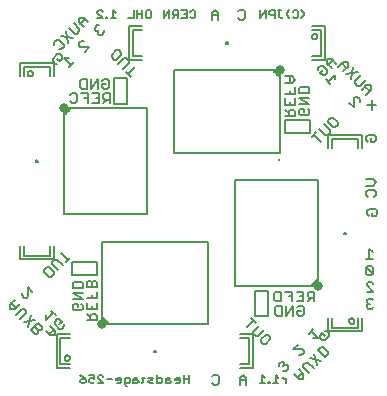
<source format=gbo>
G75*
%MOIN*%
%OFA0B0*%
%FSLAX25Y25*%
%IPPOS*%
%LPD*%
%AMOC8*
5,1,8,0,0,1.08239X$1,22.5*
%
%ADD10C,0.00600*%
%ADD11C,0.00800*%
%ADD12C,0.00700*%
%ADD13C,0.00500*%
%ADD14C,0.03150*%
%ADD15C,0.00787*%
D10*
X0077932Y0039617D02*
X0077932Y0040050D01*
X0078365Y0040484D01*
X0079667Y0040484D01*
X0079667Y0039617D01*
X0079233Y0039183D01*
X0078365Y0039183D01*
X0077932Y0039617D01*
X0078799Y0041352D02*
X0079667Y0040484D01*
X0080878Y0040484D02*
X0081312Y0040918D01*
X0081746Y0040918D01*
X0082613Y0040484D01*
X0082613Y0041785D01*
X0080878Y0041785D01*
X0080878Y0040484D02*
X0080878Y0039617D01*
X0081312Y0039183D01*
X0082179Y0039183D01*
X0082613Y0039617D01*
X0083825Y0039183D02*
X0085560Y0039183D01*
X0083825Y0040918D01*
X0083825Y0041352D01*
X0084258Y0041785D01*
X0085126Y0041785D01*
X0085560Y0041352D01*
X0086771Y0040484D02*
X0088506Y0040484D01*
X0089718Y0040484D02*
X0090152Y0040918D01*
X0091019Y0040918D01*
X0091453Y0040484D01*
X0091453Y0039617D01*
X0091019Y0039183D01*
X0090152Y0039183D01*
X0089718Y0040050D02*
X0091453Y0040050D01*
X0092664Y0039183D02*
X0093965Y0039183D01*
X0094399Y0039617D01*
X0094399Y0040484D01*
X0093965Y0040918D01*
X0092664Y0040918D01*
X0092664Y0038749D01*
X0093098Y0038316D01*
X0093532Y0038316D01*
X0095611Y0039183D02*
X0096912Y0039183D01*
X0097346Y0039617D01*
X0096912Y0040050D01*
X0095611Y0040050D01*
X0095611Y0040484D02*
X0095611Y0039183D01*
X0095611Y0040484D02*
X0096045Y0040918D01*
X0096912Y0040918D01*
X0098443Y0040918D02*
X0099310Y0040918D01*
X0098876Y0041352D02*
X0098876Y0039617D01*
X0098443Y0039183D01*
X0100522Y0039617D02*
X0100955Y0040050D01*
X0101823Y0040050D01*
X0102257Y0040484D01*
X0101823Y0040918D01*
X0100522Y0040918D01*
X0100522Y0039617D02*
X0100955Y0039183D01*
X0102257Y0039183D01*
X0103468Y0039183D02*
X0103468Y0041785D01*
X0103468Y0040918D02*
X0104769Y0040918D01*
X0105203Y0040484D01*
X0105203Y0039617D01*
X0104769Y0039183D01*
X0103468Y0039183D01*
X0106415Y0039183D02*
X0107716Y0039183D01*
X0108150Y0039617D01*
X0107716Y0040050D01*
X0106415Y0040050D01*
X0106415Y0040484D02*
X0106415Y0039183D01*
X0106415Y0040484D02*
X0106848Y0040918D01*
X0107716Y0040918D01*
X0109361Y0040484D02*
X0109361Y0040050D01*
X0111096Y0040050D01*
X0111096Y0039617D02*
X0111096Y0040484D01*
X0110662Y0040918D01*
X0109795Y0040918D01*
X0109361Y0040484D01*
X0109795Y0039183D02*
X0110662Y0039183D01*
X0111096Y0039617D01*
X0112308Y0039183D02*
X0112308Y0041785D01*
X0112308Y0040484D02*
X0114043Y0040484D01*
X0114043Y0039183D02*
X0114043Y0041785D01*
X0102504Y0049715D02*
X0102506Y0049747D01*
X0102512Y0049778D01*
X0102521Y0049809D01*
X0102534Y0049838D01*
X0102551Y0049865D01*
X0102570Y0049890D01*
X0102593Y0049913D01*
X0102618Y0049932D01*
X0102645Y0049949D01*
X0102674Y0049962D01*
X0102705Y0049971D01*
X0102736Y0049977D01*
X0102768Y0049979D01*
X0102800Y0049977D01*
X0102831Y0049971D01*
X0102862Y0049962D01*
X0102891Y0049949D01*
X0102918Y0049932D01*
X0102943Y0049913D01*
X0102966Y0049890D01*
X0102985Y0049865D01*
X0103002Y0049838D01*
X0103015Y0049809D01*
X0103024Y0049778D01*
X0103030Y0049747D01*
X0103032Y0049715D01*
X0103030Y0049683D01*
X0103024Y0049652D01*
X0103015Y0049621D01*
X0103002Y0049592D01*
X0102985Y0049565D01*
X0102966Y0049540D01*
X0102943Y0049517D01*
X0102918Y0049498D01*
X0102891Y0049481D01*
X0102862Y0049468D01*
X0102831Y0049459D01*
X0102800Y0049453D01*
X0102768Y0049451D01*
X0102736Y0049453D01*
X0102705Y0049459D01*
X0102674Y0049468D01*
X0102645Y0049481D01*
X0102618Y0049498D01*
X0102593Y0049517D01*
X0102570Y0049540D01*
X0102551Y0049565D01*
X0102534Y0049592D01*
X0102521Y0049621D01*
X0102512Y0049652D01*
X0102506Y0049683D01*
X0102504Y0049715D01*
X0089718Y0040484D02*
X0089718Y0040050D01*
X0078799Y0041352D02*
X0077932Y0041785D01*
X0137745Y0039183D02*
X0139480Y0039183D01*
X0138613Y0039183D02*
X0138613Y0041785D01*
X0139480Y0040918D01*
X0140520Y0039617D02*
X0140520Y0039183D01*
X0140953Y0039183D01*
X0140953Y0039617D01*
X0140520Y0039617D01*
X0142165Y0039183D02*
X0143900Y0039183D01*
X0143032Y0039183D02*
X0143032Y0041785D01*
X0143900Y0040918D01*
X0145054Y0040918D02*
X0145488Y0040918D01*
X0146355Y0040050D01*
X0146355Y0039183D02*
X0146355Y0040918D01*
X0165909Y0089105D02*
X0165911Y0089137D01*
X0165917Y0089168D01*
X0165926Y0089199D01*
X0165939Y0089228D01*
X0165956Y0089255D01*
X0165975Y0089280D01*
X0165998Y0089303D01*
X0166023Y0089322D01*
X0166050Y0089339D01*
X0166079Y0089352D01*
X0166110Y0089361D01*
X0166141Y0089367D01*
X0166173Y0089369D01*
X0166205Y0089367D01*
X0166236Y0089361D01*
X0166267Y0089352D01*
X0166296Y0089339D01*
X0166323Y0089322D01*
X0166348Y0089303D01*
X0166371Y0089280D01*
X0166390Y0089255D01*
X0166407Y0089228D01*
X0166420Y0089199D01*
X0166429Y0089168D01*
X0166435Y0089137D01*
X0166437Y0089105D01*
X0166435Y0089073D01*
X0166429Y0089042D01*
X0166420Y0089011D01*
X0166407Y0088982D01*
X0166390Y0088955D01*
X0166371Y0088930D01*
X0166348Y0088907D01*
X0166323Y0088888D01*
X0166296Y0088871D01*
X0166267Y0088858D01*
X0166236Y0088849D01*
X0166205Y0088843D01*
X0166173Y0088841D01*
X0166141Y0088843D01*
X0166110Y0088849D01*
X0166079Y0088858D01*
X0166050Y0088871D01*
X0166023Y0088888D01*
X0165998Y0088907D01*
X0165975Y0088930D01*
X0165956Y0088955D01*
X0165939Y0088982D01*
X0165926Y0089011D01*
X0165917Y0089042D01*
X0165911Y0089073D01*
X0165909Y0089105D01*
X0126520Y0152511D02*
X0126522Y0152543D01*
X0126528Y0152574D01*
X0126537Y0152605D01*
X0126550Y0152634D01*
X0126567Y0152661D01*
X0126586Y0152686D01*
X0126609Y0152709D01*
X0126634Y0152728D01*
X0126661Y0152745D01*
X0126690Y0152758D01*
X0126721Y0152767D01*
X0126752Y0152773D01*
X0126784Y0152775D01*
X0126816Y0152773D01*
X0126847Y0152767D01*
X0126878Y0152758D01*
X0126907Y0152745D01*
X0126934Y0152728D01*
X0126959Y0152709D01*
X0126982Y0152686D01*
X0127001Y0152661D01*
X0127018Y0152634D01*
X0127031Y0152605D01*
X0127040Y0152574D01*
X0127046Y0152543D01*
X0127048Y0152511D01*
X0127046Y0152479D01*
X0127040Y0152448D01*
X0127031Y0152417D01*
X0127018Y0152388D01*
X0127001Y0152361D01*
X0126982Y0152336D01*
X0126959Y0152313D01*
X0126934Y0152294D01*
X0126907Y0152277D01*
X0126878Y0152264D01*
X0126847Y0152255D01*
X0126816Y0152249D01*
X0126784Y0152247D01*
X0126752Y0152249D01*
X0126721Y0152255D01*
X0126690Y0152264D01*
X0126661Y0152277D01*
X0126634Y0152294D01*
X0126609Y0152313D01*
X0126586Y0152336D01*
X0126567Y0152361D01*
X0126550Y0152388D01*
X0126537Y0152417D01*
X0126528Y0152448D01*
X0126522Y0152479D01*
X0126520Y0152511D01*
X0116261Y0161270D02*
X0115827Y0160837D01*
X0114960Y0160837D01*
X0114526Y0161270D01*
X0113314Y0160837D02*
X0111579Y0160837D01*
X0110368Y0160837D02*
X0110368Y0163439D01*
X0109067Y0163439D01*
X0108633Y0163005D01*
X0108633Y0162138D01*
X0109067Y0161704D01*
X0110368Y0161704D01*
X0109500Y0161704D02*
X0108633Y0160837D01*
X0107421Y0160837D02*
X0107421Y0163439D01*
X0105686Y0160837D01*
X0105686Y0163439D01*
X0101528Y0163005D02*
X0101528Y0161270D01*
X0101095Y0160837D01*
X0100227Y0160837D01*
X0099793Y0161270D01*
X0099793Y0163005D01*
X0100227Y0163439D01*
X0101095Y0163439D01*
X0101528Y0163005D01*
X0098582Y0163439D02*
X0098582Y0160837D01*
X0098582Y0162138D02*
X0096847Y0162138D01*
X0096847Y0163439D02*
X0096847Y0160837D01*
X0095635Y0160837D02*
X0095635Y0163439D01*
X0095635Y0160837D02*
X0093900Y0160837D01*
X0089742Y0160837D02*
X0088007Y0160837D01*
X0088875Y0160837D02*
X0088875Y0163439D01*
X0089742Y0162571D01*
X0086796Y0161270D02*
X0086362Y0161270D01*
X0086362Y0160837D01*
X0086796Y0160837D01*
X0086796Y0161270D01*
X0085322Y0160837D02*
X0083588Y0162571D01*
X0083588Y0163005D01*
X0084021Y0163439D01*
X0084889Y0163439D01*
X0085322Y0163005D01*
X0085322Y0160837D02*
X0083588Y0160837D01*
X0111579Y0163439D02*
X0113314Y0163439D01*
X0113314Y0160837D01*
X0113314Y0162138D02*
X0112447Y0162138D01*
X0114526Y0163005D02*
X0114960Y0163439D01*
X0115827Y0163439D01*
X0116261Y0163005D01*
X0116261Y0161270D01*
X0137948Y0160837D02*
X0137948Y0163439D01*
X0139683Y0163439D02*
X0137948Y0160837D01*
X0139683Y0160837D02*
X0139683Y0163439D01*
X0140895Y0163005D02*
X0140895Y0162138D01*
X0141328Y0161704D01*
X0142630Y0161704D01*
X0142630Y0160837D02*
X0142630Y0163439D01*
X0141328Y0163439D01*
X0140895Y0163005D01*
X0143841Y0163439D02*
X0144709Y0163439D01*
X0144275Y0163439D02*
X0144275Y0161270D01*
X0144709Y0160837D01*
X0145142Y0160837D01*
X0145576Y0161270D01*
X0146673Y0161704D02*
X0146673Y0162571D01*
X0147540Y0163439D01*
X0148752Y0163005D02*
X0149186Y0163439D01*
X0150053Y0163439D01*
X0150487Y0163005D01*
X0150487Y0161270D01*
X0150053Y0160837D01*
X0149186Y0160837D01*
X0148752Y0161270D01*
X0147540Y0160837D02*
X0146673Y0161704D01*
X0151584Y0160837D02*
X0152451Y0161704D01*
X0152451Y0162571D01*
X0151584Y0163439D01*
X0063114Y0113121D02*
X0063116Y0113153D01*
X0063122Y0113184D01*
X0063131Y0113215D01*
X0063144Y0113244D01*
X0063161Y0113271D01*
X0063180Y0113296D01*
X0063203Y0113319D01*
X0063228Y0113338D01*
X0063255Y0113355D01*
X0063284Y0113368D01*
X0063315Y0113377D01*
X0063346Y0113383D01*
X0063378Y0113385D01*
X0063410Y0113383D01*
X0063441Y0113377D01*
X0063472Y0113368D01*
X0063501Y0113355D01*
X0063528Y0113338D01*
X0063553Y0113319D01*
X0063576Y0113296D01*
X0063595Y0113271D01*
X0063612Y0113244D01*
X0063625Y0113215D01*
X0063634Y0113184D01*
X0063640Y0113153D01*
X0063642Y0113121D01*
X0063640Y0113089D01*
X0063634Y0113058D01*
X0063625Y0113027D01*
X0063612Y0112998D01*
X0063595Y0112971D01*
X0063576Y0112946D01*
X0063553Y0112923D01*
X0063528Y0112904D01*
X0063501Y0112887D01*
X0063472Y0112874D01*
X0063441Y0112865D01*
X0063410Y0112859D01*
X0063378Y0112857D01*
X0063346Y0112859D01*
X0063315Y0112865D01*
X0063284Y0112874D01*
X0063255Y0112887D01*
X0063228Y0112904D01*
X0063203Y0112923D01*
X0063180Y0112946D01*
X0063161Y0112971D01*
X0063144Y0112998D01*
X0063131Y0113027D01*
X0063122Y0113058D01*
X0063116Y0113089D01*
X0063114Y0113121D01*
D11*
X0173409Y0131835D02*
X0176611Y0131835D01*
X0175010Y0130234D02*
X0175010Y0133437D01*
D12*
X0062749Y0055614D02*
X0061582Y0056782D01*
X0063917Y0059118D01*
X0065085Y0057950D01*
X0065085Y0057171D01*
X0064696Y0056782D01*
X0063917Y0056782D01*
X0062749Y0057950D01*
X0063917Y0056782D01*
X0063917Y0056004D01*
X0063528Y0055614D01*
X0062749Y0055614D01*
X0063528Y0055614D01*
X0063917Y0056004D01*
X0063917Y0056782D01*
X0064696Y0056782D01*
X0065085Y0057171D01*
X0065085Y0057950D01*
X0063917Y0059118D01*
X0061582Y0056782D01*
X0062749Y0055614D01*
X0060534Y0057830D02*
X0061313Y0061722D01*
X0060534Y0057830D01*
X0058977Y0059386D02*
X0062870Y0060165D01*
X0058977Y0059386D01*
X0057930Y0060434D02*
X0059876Y0062380D01*
X0059876Y0063159D01*
X0059098Y0063937D01*
X0058319Y0063937D01*
X0056373Y0061991D01*
X0058319Y0063937D01*
X0059098Y0063937D01*
X0059876Y0063159D01*
X0059876Y0062380D01*
X0057930Y0060434D01*
X0056104Y0063817D02*
X0057661Y0065374D01*
X0056104Y0063817D01*
X0054547Y0063817D01*
X0054547Y0065374D01*
X0056104Y0066931D01*
X0054547Y0065374D01*
X0054547Y0063817D01*
X0056104Y0063817D01*
X0056493Y0064206D02*
X0054936Y0065763D01*
X0056493Y0064206D01*
X0059179Y0067670D02*
X0058401Y0068449D01*
X0058401Y0069227D01*
X0058401Y0068449D01*
X0059179Y0067670D01*
X0059957Y0067670D01*
X0060347Y0068059D01*
X0060347Y0071173D01*
X0061904Y0069616D01*
X0060347Y0071173D01*
X0060347Y0068059D01*
X0059957Y0067670D01*
X0059179Y0067670D01*
X0066603Y0061803D02*
X0066603Y0060246D01*
X0068938Y0062582D01*
X0066603Y0060246D01*
X0066603Y0061803D01*
X0068160Y0063360D02*
X0069717Y0061803D01*
X0068160Y0063360D01*
X0070142Y0060388D02*
X0070921Y0060388D01*
X0071699Y0059609D01*
X0070921Y0058831D01*
X0072478Y0058831D02*
X0072478Y0058052D01*
X0071699Y0057274D01*
X0070921Y0057274D01*
X0069364Y0058831D01*
X0069364Y0059609D01*
X0070142Y0060388D01*
X0067927Y0058173D02*
X0069484Y0056616D01*
X0069484Y0055059D01*
X0067927Y0055059D01*
X0066370Y0056616D01*
X0067538Y0055448D02*
X0069095Y0057005D01*
X0075881Y0063458D02*
X0075331Y0064008D01*
X0075331Y0065109D01*
X0075881Y0065660D01*
X0076982Y0065660D01*
X0076982Y0064559D01*
X0078083Y0065660D02*
X0078633Y0065109D01*
X0078633Y0064008D01*
X0078083Y0063458D01*
X0075881Y0063458D01*
X0075331Y0067141D02*
X0078633Y0067141D01*
X0075331Y0069343D01*
X0078633Y0069343D01*
X0078633Y0070824D02*
X0078633Y0072476D01*
X0078083Y0073026D01*
X0075881Y0073026D01*
X0075331Y0072476D01*
X0075331Y0070824D01*
X0078633Y0070824D01*
X0080055Y0071091D02*
X0080055Y0072742D01*
X0080605Y0073293D01*
X0081156Y0073293D01*
X0081706Y0072742D01*
X0081706Y0071091D01*
X0080055Y0071091D02*
X0083358Y0071091D01*
X0083358Y0072742D01*
X0082807Y0073293D01*
X0082257Y0073293D01*
X0081706Y0072742D01*
X0083358Y0069610D02*
X0083358Y0067408D01*
X0080055Y0067408D01*
X0080055Y0065927D02*
X0080055Y0063725D01*
X0083358Y0063725D01*
X0083358Y0065927D01*
X0081706Y0064826D02*
X0081706Y0063725D01*
X0081706Y0062243D02*
X0081156Y0061693D01*
X0081156Y0060042D01*
X0081156Y0061143D02*
X0080055Y0062243D01*
X0081706Y0062243D02*
X0082807Y0062243D01*
X0083358Y0061693D01*
X0083358Y0060042D01*
X0080055Y0060042D01*
X0081706Y0067408D02*
X0081706Y0068509D01*
X0071959Y0078399D02*
X0070012Y0080345D01*
X0069234Y0080345D01*
X0068455Y0079567D01*
X0068455Y0078788D01*
X0070402Y0076842D01*
X0068965Y0076184D02*
X0068965Y0075406D01*
X0068187Y0074627D01*
X0067408Y0074627D01*
X0065851Y0076184D01*
X0065851Y0076963D01*
X0066630Y0077741D01*
X0067408Y0077741D01*
X0068965Y0076184D01*
X0073006Y0079447D02*
X0074563Y0081004D01*
X0073785Y0080225D02*
X0071449Y0082561D01*
X0121940Y0041389D02*
X0122490Y0041939D01*
X0123591Y0041939D01*
X0124141Y0041389D01*
X0124141Y0039187D01*
X0123591Y0038636D01*
X0122490Y0038636D01*
X0121940Y0039187D01*
X0130995Y0038636D02*
X0130995Y0040838D01*
X0132096Y0041939D01*
X0133197Y0040838D01*
X0133197Y0038636D01*
X0133197Y0040288D02*
X0130995Y0040288D01*
X0143999Y0044796D02*
X0143999Y0045574D01*
X0144778Y0046353D01*
X0145556Y0046353D01*
X0145946Y0045963D01*
X0145946Y0045185D01*
X0145556Y0044796D01*
X0145946Y0045185D02*
X0146724Y0045185D01*
X0147113Y0044796D01*
X0147113Y0044017D01*
X0146335Y0043239D01*
X0145556Y0043239D01*
X0149155Y0042244D02*
X0150712Y0040687D01*
X0152269Y0040687D01*
X0152269Y0042244D01*
X0150712Y0043801D01*
X0152149Y0044459D02*
X0152149Y0045238D01*
X0152927Y0046016D01*
X0153706Y0046016D01*
X0155652Y0044070D01*
X0156699Y0045118D02*
X0155921Y0049010D01*
X0156968Y0050057D02*
X0158136Y0051225D01*
X0158914Y0051225D01*
X0160471Y0049668D01*
X0160471Y0048890D01*
X0159304Y0047722D01*
X0156968Y0050057D01*
X0158256Y0046675D02*
X0154364Y0047453D01*
X0152322Y0049226D02*
X0151544Y0048447D01*
X0150765Y0048447D01*
X0152322Y0049226D02*
X0152322Y0050004D01*
X0151933Y0050394D01*
X0148819Y0050394D01*
X0150376Y0051950D01*
X0154028Y0055602D02*
X0155585Y0057159D01*
X0154806Y0056381D02*
X0157142Y0054045D01*
X0155585Y0054045D01*
X0157787Y0054193D02*
X0157787Y0054972D01*
X0158566Y0055750D01*
X0159344Y0054972D01*
X0159344Y0056529D02*
X0160123Y0056529D01*
X0160901Y0055750D01*
X0160901Y0054972D01*
X0159344Y0053415D01*
X0158566Y0053415D01*
X0157787Y0054193D01*
X0151880Y0061668D02*
X0150779Y0061668D01*
X0150229Y0062218D01*
X0150229Y0063319D01*
X0151330Y0063319D01*
X0152431Y0064420D02*
X0152431Y0062218D01*
X0151880Y0061668D01*
X0152431Y0064420D02*
X0151880Y0064971D01*
X0150779Y0064971D01*
X0150229Y0064420D01*
X0148748Y0064971D02*
X0146546Y0061668D01*
X0146546Y0064971D01*
X0145065Y0064971D02*
X0143413Y0064971D01*
X0142863Y0064420D01*
X0142863Y0062218D01*
X0143413Y0061668D01*
X0145065Y0061668D01*
X0145065Y0064971D01*
X0144798Y0066392D02*
X0143146Y0066392D01*
X0142596Y0066943D01*
X0142596Y0069144D01*
X0143146Y0069695D01*
X0144798Y0069695D01*
X0144798Y0066392D01*
X0147380Y0068044D02*
X0148481Y0068044D01*
X0148481Y0069695D02*
X0146279Y0069695D01*
X0148481Y0069695D02*
X0148481Y0066392D01*
X0148748Y0064971D02*
X0148748Y0061668D01*
X0149962Y0066392D02*
X0152164Y0066392D01*
X0152164Y0069695D01*
X0149962Y0069695D01*
X0151063Y0068044D02*
X0152164Y0068044D01*
X0153645Y0068044D02*
X0153645Y0069144D01*
X0154196Y0069695D01*
X0155847Y0069695D01*
X0155847Y0066392D01*
X0155847Y0067493D02*
X0154196Y0067493D01*
X0153645Y0068044D01*
X0154746Y0067493D02*
X0153645Y0066392D01*
X0141262Y0054524D02*
X0141262Y0053745D01*
X0139705Y0052188D01*
X0138926Y0052188D01*
X0138148Y0052967D01*
X0138148Y0053745D01*
X0139705Y0055302D01*
X0140483Y0055302D01*
X0141262Y0054524D01*
X0139047Y0056739D02*
X0137100Y0054793D01*
X0136322Y0054793D01*
X0135543Y0055571D01*
X0135543Y0056350D01*
X0137490Y0058296D01*
X0136442Y0059343D02*
X0134885Y0060900D01*
X0135664Y0060122D02*
X0133328Y0057786D01*
X0152149Y0044459D02*
X0154095Y0042513D01*
X0151880Y0042634D02*
X0150323Y0041077D01*
X0173317Y0064580D02*
X0173868Y0064030D01*
X0174969Y0064030D01*
X0175519Y0064580D01*
X0174418Y0065681D02*
X0173868Y0065681D01*
X0173317Y0065131D01*
X0173317Y0064580D01*
X0173868Y0065681D02*
X0173317Y0066232D01*
X0173317Y0066782D01*
X0173868Y0067333D01*
X0174969Y0067333D01*
X0175519Y0066782D01*
X0175519Y0069542D02*
X0173317Y0069542D01*
X0173317Y0071744D02*
X0173317Y0072294D01*
X0173868Y0072845D01*
X0174969Y0072845D01*
X0175519Y0072294D01*
X0173317Y0071744D02*
X0175519Y0069542D01*
X0174772Y0075054D02*
X0173671Y0075054D01*
X0173121Y0075604D01*
X0173121Y0077806D01*
X0175323Y0075604D01*
X0174772Y0075054D01*
X0175323Y0075604D02*
X0175323Y0077806D01*
X0174772Y0078356D01*
X0173671Y0078356D01*
X0173121Y0077806D01*
X0173121Y0080565D02*
X0175323Y0080565D01*
X0174222Y0080565D02*
X0174222Y0083868D01*
X0175323Y0082767D01*
X0175207Y0094891D02*
X0175207Y0095992D01*
X0175207Y0094891D02*
X0176308Y0094891D01*
X0176859Y0095441D01*
X0176859Y0096542D01*
X0176308Y0097093D01*
X0174107Y0097093D01*
X0173556Y0096542D01*
X0173556Y0095441D01*
X0174107Y0094891D01*
X0173713Y0101317D02*
X0173162Y0101867D01*
X0173162Y0102968D01*
X0173713Y0103519D01*
X0175915Y0103519D01*
X0176465Y0102968D01*
X0176465Y0101867D01*
X0175915Y0101317D01*
X0175364Y0105000D02*
X0173162Y0105000D01*
X0173162Y0107202D02*
X0175364Y0107202D01*
X0176465Y0106101D01*
X0175364Y0105000D01*
X0174814Y0119694D02*
X0174814Y0120795D01*
X0174814Y0119694D02*
X0175915Y0119694D01*
X0176465Y0120245D01*
X0176465Y0121345D01*
X0175915Y0121896D01*
X0173713Y0121896D01*
X0173162Y0121345D01*
X0173162Y0120245D01*
X0173713Y0119694D01*
X0163701Y0125263D02*
X0162922Y0124485D01*
X0162144Y0124485D01*
X0160587Y0126042D01*
X0160587Y0126820D01*
X0161365Y0127599D01*
X0162144Y0127599D01*
X0163701Y0126042D01*
X0163701Y0125263D01*
X0161096Y0123437D02*
X0161096Y0122659D01*
X0160318Y0121880D01*
X0159539Y0121880D01*
X0157593Y0123827D01*
X0156546Y0122779D02*
X0154989Y0121222D01*
X0155767Y0122001D02*
X0158103Y0119665D01*
X0161096Y0123437D02*
X0159150Y0125384D01*
X0154224Y0128969D02*
X0153673Y0128419D01*
X0151472Y0128419D01*
X0150921Y0128969D01*
X0150921Y0130070D01*
X0151472Y0130620D01*
X0152572Y0130620D01*
X0152572Y0129520D01*
X0153673Y0130620D02*
X0154224Y0130070D01*
X0154224Y0128969D01*
X0154224Y0132102D02*
X0150921Y0132102D01*
X0149499Y0131835D02*
X0149499Y0134037D01*
X0150921Y0134304D02*
X0154224Y0134304D01*
X0154224Y0135785D02*
X0150921Y0135785D01*
X0150921Y0137436D01*
X0151472Y0137987D01*
X0153673Y0137987D01*
X0154224Y0137436D01*
X0154224Y0135785D01*
X0150921Y0134304D02*
X0154224Y0132102D01*
X0149499Y0131835D02*
X0146197Y0131835D01*
X0146197Y0134037D01*
X0146197Y0135518D02*
X0149499Y0135518D01*
X0149499Y0137720D01*
X0148399Y0139201D02*
X0146197Y0139201D01*
X0147848Y0139201D02*
X0147848Y0141403D01*
X0148399Y0141403D02*
X0146197Y0141403D01*
X0148399Y0141403D02*
X0149499Y0140302D01*
X0148399Y0139201D01*
X0147848Y0136619D02*
X0147848Y0135518D01*
X0147848Y0132936D02*
X0147848Y0131835D01*
X0147848Y0130354D02*
X0147298Y0129803D01*
X0147298Y0128152D01*
X0147298Y0129253D02*
X0146197Y0130354D01*
X0147848Y0130354D02*
X0148949Y0130354D01*
X0149499Y0129803D01*
X0149499Y0128152D01*
X0146197Y0128152D01*
X0159638Y0140423D02*
X0161195Y0138866D01*
X0160417Y0139644D02*
X0162752Y0141980D01*
X0162752Y0140423D01*
X0160188Y0142617D02*
X0159409Y0141838D01*
X0158631Y0141838D01*
X0157852Y0142617D01*
X0158631Y0143395D01*
X0158631Y0144952D02*
X0160188Y0143395D01*
X0160188Y0142617D01*
X0161624Y0144053D02*
X0160067Y0145610D01*
X0160067Y0147167D01*
X0161624Y0147167D01*
X0163181Y0145610D01*
X0163881Y0144665D02*
X0165438Y0146222D01*
X0166995Y0146222D01*
X0166995Y0144665D01*
X0165438Y0143108D01*
X0166485Y0142061D02*
X0170377Y0142839D01*
X0171425Y0141792D02*
X0169479Y0139846D01*
X0169479Y0139067D01*
X0170257Y0138289D01*
X0171036Y0138289D01*
X0172982Y0140235D01*
X0173251Y0138409D02*
X0171694Y0136852D01*
X0172862Y0138020D02*
X0174418Y0136463D01*
X0174808Y0136852D02*
X0174808Y0138409D01*
X0173251Y0138409D01*
X0174808Y0136852D02*
X0173251Y0135295D01*
X0170954Y0133777D02*
X0170954Y0132999D01*
X0170954Y0133777D02*
X0170176Y0134556D01*
X0169397Y0134556D01*
X0169008Y0134167D01*
X0169008Y0131053D01*
X0167451Y0132610D01*
X0168042Y0140504D02*
X0168821Y0144396D01*
X0166605Y0144276D02*
X0165048Y0145833D01*
X0162014Y0146778D02*
X0160457Y0145221D01*
X0158631Y0144952D02*
X0157852Y0144952D01*
X0157074Y0144174D01*
X0157074Y0143395D01*
X0132803Y0160840D02*
X0132803Y0163042D01*
X0132252Y0163593D01*
X0131151Y0163593D01*
X0130601Y0163042D01*
X0130601Y0160840D02*
X0131151Y0160290D01*
X0132252Y0160290D01*
X0132803Y0160840D01*
X0123945Y0160290D02*
X0123945Y0162492D01*
X0122844Y0163593D01*
X0121743Y0162492D01*
X0121743Y0160290D01*
X0121743Y0161941D02*
X0123945Y0161941D01*
X0096223Y0144440D02*
X0093888Y0142104D01*
X0093110Y0142883D02*
X0094667Y0141326D01*
X0092062Y0143930D02*
X0094008Y0145876D01*
X0094008Y0146655D01*
X0093230Y0147433D01*
X0092451Y0147433D01*
X0090505Y0145487D01*
X0089847Y0146924D02*
X0089069Y0146924D01*
X0088290Y0147702D01*
X0088290Y0148481D01*
X0089847Y0150038D01*
X0090625Y0150038D01*
X0091404Y0149259D01*
X0091404Y0148481D01*
X0089847Y0146924D01*
X0086920Y0140561D02*
X0087470Y0140011D01*
X0087470Y0137809D01*
X0086920Y0137258D01*
X0085819Y0137258D01*
X0085268Y0137809D01*
X0085268Y0138910D01*
X0086369Y0138910D01*
X0085268Y0140011D02*
X0085819Y0140561D01*
X0086920Y0140561D01*
X0083787Y0140561D02*
X0081585Y0137258D01*
X0081585Y0140561D01*
X0080104Y0140561D02*
X0078453Y0140561D01*
X0077902Y0140011D01*
X0077902Y0137809D01*
X0078453Y0137258D01*
X0080104Y0137258D01*
X0080104Y0140561D01*
X0083787Y0140561D02*
X0083787Y0137258D01*
X0084054Y0135837D02*
X0084054Y0132534D01*
X0081852Y0132534D01*
X0080371Y0132534D02*
X0080371Y0135837D01*
X0078169Y0135837D01*
X0076688Y0135286D02*
X0076688Y0133084D01*
X0076137Y0132534D01*
X0075036Y0132534D01*
X0074486Y0133084D01*
X0074486Y0135286D02*
X0075036Y0135837D01*
X0076137Y0135837D01*
X0076688Y0135286D01*
X0079270Y0134185D02*
X0080371Y0134185D01*
X0081852Y0135837D02*
X0084054Y0135837D01*
X0085535Y0135286D02*
X0085535Y0134185D01*
X0086086Y0133635D01*
X0087737Y0133635D01*
X0086636Y0133635D02*
X0085535Y0132534D01*
X0087737Y0132534D02*
X0087737Y0135837D01*
X0086086Y0135837D01*
X0085535Y0135286D01*
X0084054Y0134185D02*
X0082953Y0134185D01*
X0074164Y0144476D02*
X0075721Y0146033D01*
X0074942Y0145255D02*
X0072607Y0147590D01*
X0074164Y0147590D01*
X0071764Y0147254D02*
X0071764Y0148033D01*
X0070986Y0148811D01*
X0070207Y0148811D01*
X0068650Y0147254D01*
X0068650Y0146476D01*
X0069429Y0145697D01*
X0070207Y0145697D01*
X0070986Y0146476D02*
X0070207Y0147254D01*
X0070986Y0146476D02*
X0071764Y0147254D01*
X0071613Y0150410D02*
X0070834Y0150410D01*
X0071613Y0150410D02*
X0072391Y0151189D01*
X0072391Y0151967D01*
X0070834Y0153524D01*
X0070056Y0153524D01*
X0069277Y0152746D01*
X0069277Y0151967D01*
X0071492Y0154961D02*
X0075385Y0154182D01*
X0076043Y0155619D02*
X0074097Y0157565D01*
X0073049Y0156518D02*
X0073828Y0152625D01*
X0077426Y0152410D02*
X0077426Y0151631D01*
X0077816Y0151242D01*
X0080930Y0151242D01*
X0079373Y0149685D01*
X0077426Y0152410D02*
X0078205Y0153188D01*
X0078983Y0153188D01*
X0076821Y0155619D02*
X0076043Y0155619D01*
X0076821Y0155619D02*
X0077600Y0156397D01*
X0077600Y0157176D01*
X0075654Y0159122D01*
X0077480Y0159391D02*
X0079037Y0157834D01*
X0077869Y0159002D02*
X0079426Y0160559D01*
X0079037Y0160948D02*
X0077480Y0160948D01*
X0077480Y0159391D01*
X0079037Y0160948D02*
X0080594Y0159391D01*
X0082635Y0157618D02*
X0082635Y0156840D01*
X0083024Y0156451D01*
X0083803Y0156451D01*
X0083803Y0155672D01*
X0084192Y0155283D01*
X0084971Y0155283D01*
X0085749Y0156061D01*
X0085749Y0156840D01*
X0084192Y0156840D02*
X0083803Y0156451D01*
X0082635Y0157618D02*
X0083414Y0158397D01*
X0084192Y0158397D01*
D13*
X0094107Y0158180D02*
X0094107Y0146841D01*
X0098437Y0146841D01*
X0098437Y0148180D02*
X0095288Y0148180D01*
X0095288Y0156841D01*
X0098437Y0156841D01*
X0098437Y0158180D02*
X0094107Y0158180D01*
X0109067Y0143456D02*
X0109067Y0115896D01*
X0144500Y0115896D01*
X0144500Y0143456D01*
X0144500Y0141093D01*
X0142138Y0143456D01*
X0144500Y0143456D01*
X0109067Y0143456D01*
X0099992Y0130837D02*
X0099992Y0095404D01*
X0072433Y0095404D01*
X0072433Y0130837D01*
X0074795Y0130837D01*
X0072433Y0128475D01*
X0072433Y0130837D01*
X0099992Y0130837D01*
X0093354Y0132346D02*
X0093354Y0140746D01*
X0088954Y0140746D01*
X0088954Y0132346D01*
X0093354Y0132346D01*
X0074483Y0130525D02*
X0072433Y0130525D01*
X0072433Y0130027D02*
X0073985Y0130027D01*
X0073486Y0129528D02*
X0072433Y0129528D01*
X0072433Y0129030D02*
X0072988Y0129030D01*
X0072489Y0128531D02*
X0072433Y0128531D01*
X0069047Y0141467D02*
X0069047Y0145798D01*
X0057709Y0145798D01*
X0057709Y0141467D01*
X0059047Y0141467D02*
X0059047Y0144617D01*
X0067709Y0144617D01*
X0067709Y0141467D01*
X0060302Y0142347D02*
X0060304Y0142407D01*
X0060310Y0142466D01*
X0060320Y0142525D01*
X0060334Y0142583D01*
X0060351Y0142640D01*
X0060373Y0142696D01*
X0060398Y0142750D01*
X0060427Y0142803D01*
X0060459Y0142853D01*
X0060494Y0142901D01*
X0060533Y0142947D01*
X0060574Y0142990D01*
X0060619Y0143030D01*
X0060666Y0143067D01*
X0060715Y0143101D01*
X0060766Y0143131D01*
X0060820Y0143158D01*
X0060875Y0143181D01*
X0060931Y0143201D01*
X0060989Y0143217D01*
X0061047Y0143229D01*
X0061107Y0143237D01*
X0061166Y0143241D01*
X0061226Y0143241D01*
X0061285Y0143237D01*
X0061345Y0143229D01*
X0061403Y0143217D01*
X0061461Y0143201D01*
X0061517Y0143181D01*
X0061572Y0143158D01*
X0061626Y0143131D01*
X0061677Y0143101D01*
X0061726Y0143067D01*
X0061773Y0143030D01*
X0061818Y0142990D01*
X0061859Y0142947D01*
X0061898Y0142901D01*
X0061933Y0142853D01*
X0061965Y0142803D01*
X0061994Y0142750D01*
X0062019Y0142696D01*
X0062041Y0142640D01*
X0062058Y0142583D01*
X0062072Y0142525D01*
X0062082Y0142466D01*
X0062088Y0142407D01*
X0062090Y0142347D01*
X0062088Y0142287D01*
X0062082Y0142228D01*
X0062072Y0142169D01*
X0062058Y0142111D01*
X0062041Y0142054D01*
X0062019Y0141998D01*
X0061994Y0141944D01*
X0061965Y0141891D01*
X0061933Y0141841D01*
X0061898Y0141793D01*
X0061859Y0141747D01*
X0061818Y0141704D01*
X0061773Y0141664D01*
X0061726Y0141627D01*
X0061677Y0141593D01*
X0061626Y0141563D01*
X0061572Y0141536D01*
X0061517Y0141513D01*
X0061461Y0141493D01*
X0061403Y0141477D01*
X0061345Y0141465D01*
X0061285Y0141457D01*
X0061226Y0141453D01*
X0061166Y0141453D01*
X0061107Y0141457D01*
X0061047Y0141465D01*
X0060989Y0141477D01*
X0060931Y0141493D01*
X0060875Y0141513D01*
X0060820Y0141536D01*
X0060766Y0141563D01*
X0060715Y0141593D01*
X0060666Y0141627D01*
X0060619Y0141664D01*
X0060574Y0141704D01*
X0060533Y0141747D01*
X0060494Y0141793D01*
X0060459Y0141841D01*
X0060427Y0141891D01*
X0060398Y0141944D01*
X0060373Y0141998D01*
X0060351Y0142054D01*
X0060334Y0142111D01*
X0060320Y0142169D01*
X0060310Y0142228D01*
X0060304Y0142287D01*
X0060302Y0142347D01*
X0085051Y0086330D02*
X0120484Y0086330D01*
X0120484Y0058770D01*
X0085051Y0058770D01*
X0085051Y0061133D01*
X0087414Y0058770D01*
X0085051Y0058770D01*
X0085051Y0086330D01*
X0083543Y0079691D02*
X0075143Y0079691D01*
X0075143Y0075291D01*
X0083543Y0075291D01*
X0083543Y0079691D01*
X0069047Y0080444D02*
X0069047Y0084774D01*
X0067709Y0084774D02*
X0067709Y0081625D01*
X0059047Y0081625D01*
X0059047Y0084774D01*
X0057709Y0084774D02*
X0057709Y0080444D01*
X0069047Y0080444D01*
X0085051Y0060734D02*
X0085451Y0060734D01*
X0085051Y0060235D02*
X0085949Y0060235D01*
X0086448Y0059737D02*
X0085051Y0059737D01*
X0085051Y0059238D02*
X0086946Y0059238D01*
X0074421Y0055385D02*
X0070091Y0055385D01*
X0070091Y0044046D01*
X0074421Y0044046D01*
X0074421Y0045385D02*
X0071272Y0045385D01*
X0071272Y0054046D01*
X0074421Y0054046D01*
X0072648Y0047533D02*
X0072650Y0047593D01*
X0072656Y0047652D01*
X0072666Y0047711D01*
X0072680Y0047769D01*
X0072697Y0047826D01*
X0072719Y0047882D01*
X0072744Y0047936D01*
X0072773Y0047989D01*
X0072805Y0048039D01*
X0072840Y0048087D01*
X0072879Y0048133D01*
X0072920Y0048176D01*
X0072965Y0048216D01*
X0073012Y0048253D01*
X0073061Y0048287D01*
X0073112Y0048317D01*
X0073166Y0048344D01*
X0073221Y0048367D01*
X0073277Y0048387D01*
X0073335Y0048403D01*
X0073393Y0048415D01*
X0073453Y0048423D01*
X0073512Y0048427D01*
X0073572Y0048427D01*
X0073631Y0048423D01*
X0073691Y0048415D01*
X0073749Y0048403D01*
X0073807Y0048387D01*
X0073863Y0048367D01*
X0073918Y0048344D01*
X0073972Y0048317D01*
X0074023Y0048287D01*
X0074072Y0048253D01*
X0074119Y0048216D01*
X0074164Y0048176D01*
X0074205Y0048133D01*
X0074244Y0048087D01*
X0074279Y0048039D01*
X0074311Y0047989D01*
X0074340Y0047936D01*
X0074365Y0047882D01*
X0074387Y0047826D01*
X0074404Y0047769D01*
X0074418Y0047711D01*
X0074428Y0047652D01*
X0074434Y0047593D01*
X0074436Y0047533D01*
X0074434Y0047473D01*
X0074428Y0047414D01*
X0074418Y0047355D01*
X0074404Y0047297D01*
X0074387Y0047240D01*
X0074365Y0047184D01*
X0074340Y0047130D01*
X0074311Y0047077D01*
X0074279Y0047027D01*
X0074244Y0046979D01*
X0074205Y0046933D01*
X0074164Y0046890D01*
X0074119Y0046850D01*
X0074072Y0046813D01*
X0074023Y0046779D01*
X0073972Y0046749D01*
X0073918Y0046722D01*
X0073863Y0046699D01*
X0073807Y0046679D01*
X0073749Y0046663D01*
X0073691Y0046651D01*
X0073631Y0046643D01*
X0073572Y0046639D01*
X0073512Y0046639D01*
X0073453Y0046643D01*
X0073393Y0046651D01*
X0073335Y0046663D01*
X0073277Y0046679D01*
X0073221Y0046699D01*
X0073166Y0046722D01*
X0073112Y0046749D01*
X0073061Y0046779D01*
X0073012Y0046813D01*
X0072965Y0046850D01*
X0072920Y0046890D01*
X0072879Y0046933D01*
X0072840Y0046979D01*
X0072805Y0047027D01*
X0072773Y0047077D01*
X0072744Y0047130D01*
X0072719Y0047184D01*
X0072697Y0047240D01*
X0072680Y0047297D01*
X0072666Y0047355D01*
X0072656Y0047414D01*
X0072650Y0047473D01*
X0072648Y0047533D01*
X0131114Y0045385D02*
X0134264Y0045385D01*
X0134264Y0054046D01*
X0131114Y0054046D01*
X0131114Y0055385D02*
X0135445Y0055385D01*
X0135445Y0044046D01*
X0131114Y0044046D01*
X0136198Y0061480D02*
X0140598Y0061480D01*
X0140598Y0069880D01*
X0136198Y0069880D01*
X0136198Y0061480D01*
X0129559Y0071389D02*
X0129559Y0106822D01*
X0157118Y0106822D01*
X0157118Y0071389D01*
X0154756Y0071389D01*
X0157118Y0073751D01*
X0157118Y0071389D01*
X0129559Y0071389D01*
X0155068Y0071701D02*
X0157118Y0071701D01*
X0157118Y0072199D02*
X0155567Y0072199D01*
X0156065Y0072698D02*
X0157118Y0072698D01*
X0157118Y0073196D02*
X0156564Y0073196D01*
X0157062Y0073695D02*
X0157118Y0073695D01*
X0160504Y0060759D02*
X0160504Y0056428D01*
X0171843Y0056428D01*
X0171843Y0060759D01*
X0170504Y0060759D02*
X0170504Y0057609D01*
X0161843Y0057609D01*
X0161843Y0060759D01*
X0167461Y0059879D02*
X0167463Y0059939D01*
X0167469Y0059998D01*
X0167479Y0060057D01*
X0167493Y0060115D01*
X0167510Y0060172D01*
X0167532Y0060228D01*
X0167557Y0060282D01*
X0167586Y0060335D01*
X0167618Y0060385D01*
X0167653Y0060433D01*
X0167692Y0060479D01*
X0167733Y0060522D01*
X0167778Y0060562D01*
X0167825Y0060599D01*
X0167874Y0060633D01*
X0167925Y0060663D01*
X0167979Y0060690D01*
X0168034Y0060713D01*
X0168090Y0060733D01*
X0168148Y0060749D01*
X0168206Y0060761D01*
X0168266Y0060769D01*
X0168325Y0060773D01*
X0168385Y0060773D01*
X0168444Y0060769D01*
X0168504Y0060761D01*
X0168562Y0060749D01*
X0168620Y0060733D01*
X0168676Y0060713D01*
X0168731Y0060690D01*
X0168785Y0060663D01*
X0168836Y0060633D01*
X0168885Y0060599D01*
X0168932Y0060562D01*
X0168977Y0060522D01*
X0169018Y0060479D01*
X0169057Y0060433D01*
X0169092Y0060385D01*
X0169124Y0060335D01*
X0169153Y0060282D01*
X0169178Y0060228D01*
X0169200Y0060172D01*
X0169217Y0060115D01*
X0169231Y0060057D01*
X0169241Y0059998D01*
X0169247Y0059939D01*
X0169249Y0059879D01*
X0169247Y0059819D01*
X0169241Y0059760D01*
X0169231Y0059701D01*
X0169217Y0059643D01*
X0169200Y0059586D01*
X0169178Y0059530D01*
X0169153Y0059476D01*
X0169124Y0059423D01*
X0169092Y0059373D01*
X0169057Y0059325D01*
X0169018Y0059279D01*
X0168977Y0059236D01*
X0168932Y0059196D01*
X0168885Y0059159D01*
X0168836Y0059125D01*
X0168785Y0059095D01*
X0168731Y0059068D01*
X0168676Y0059045D01*
X0168620Y0059025D01*
X0168562Y0059009D01*
X0168504Y0058997D01*
X0168444Y0058989D01*
X0168385Y0058985D01*
X0168325Y0058985D01*
X0168266Y0058989D01*
X0168206Y0058997D01*
X0168148Y0059009D01*
X0168090Y0059025D01*
X0168034Y0059045D01*
X0167979Y0059068D01*
X0167925Y0059095D01*
X0167874Y0059125D01*
X0167825Y0059159D01*
X0167778Y0059196D01*
X0167733Y0059236D01*
X0167692Y0059279D01*
X0167653Y0059325D01*
X0167618Y0059373D01*
X0167586Y0059423D01*
X0167557Y0059476D01*
X0167532Y0059530D01*
X0167510Y0059586D01*
X0167493Y0059643D01*
X0167479Y0059701D01*
X0167469Y0059760D01*
X0167463Y0059819D01*
X0167461Y0059879D01*
X0170504Y0117452D02*
X0170504Y0120601D01*
X0161843Y0120601D01*
X0161843Y0117452D01*
X0160504Y0117452D02*
X0160504Y0121782D01*
X0171843Y0121782D01*
X0171843Y0117452D01*
X0154409Y0122535D02*
X0154409Y0126935D01*
X0146009Y0126935D01*
X0146009Y0122535D01*
X0154409Y0122535D01*
X0144500Y0141492D02*
X0144101Y0141492D01*
X0144500Y0141991D02*
X0143603Y0141991D01*
X0143104Y0142489D02*
X0144500Y0142489D01*
X0144500Y0142988D02*
X0142606Y0142988D01*
X0155130Y0146841D02*
X0159461Y0146841D01*
X0159461Y0158180D01*
X0155130Y0158180D01*
X0155130Y0156841D02*
X0158280Y0156841D01*
X0158280Y0148180D01*
X0155130Y0148180D01*
X0155116Y0154693D02*
X0155118Y0154753D01*
X0155124Y0154812D01*
X0155134Y0154871D01*
X0155148Y0154929D01*
X0155165Y0154986D01*
X0155187Y0155042D01*
X0155212Y0155096D01*
X0155241Y0155149D01*
X0155273Y0155199D01*
X0155308Y0155247D01*
X0155347Y0155293D01*
X0155388Y0155336D01*
X0155433Y0155376D01*
X0155480Y0155413D01*
X0155529Y0155447D01*
X0155580Y0155477D01*
X0155634Y0155504D01*
X0155689Y0155527D01*
X0155745Y0155547D01*
X0155803Y0155563D01*
X0155861Y0155575D01*
X0155921Y0155583D01*
X0155980Y0155587D01*
X0156040Y0155587D01*
X0156099Y0155583D01*
X0156159Y0155575D01*
X0156217Y0155563D01*
X0156275Y0155547D01*
X0156331Y0155527D01*
X0156386Y0155504D01*
X0156440Y0155477D01*
X0156491Y0155447D01*
X0156540Y0155413D01*
X0156587Y0155376D01*
X0156632Y0155336D01*
X0156673Y0155293D01*
X0156712Y0155247D01*
X0156747Y0155199D01*
X0156779Y0155149D01*
X0156808Y0155096D01*
X0156833Y0155042D01*
X0156855Y0154986D01*
X0156872Y0154929D01*
X0156886Y0154871D01*
X0156896Y0154812D01*
X0156902Y0154753D01*
X0156904Y0154693D01*
X0156902Y0154633D01*
X0156896Y0154574D01*
X0156886Y0154515D01*
X0156872Y0154457D01*
X0156855Y0154400D01*
X0156833Y0154344D01*
X0156808Y0154290D01*
X0156779Y0154237D01*
X0156747Y0154187D01*
X0156712Y0154139D01*
X0156673Y0154093D01*
X0156632Y0154050D01*
X0156587Y0154010D01*
X0156540Y0153973D01*
X0156491Y0153939D01*
X0156440Y0153909D01*
X0156386Y0153882D01*
X0156331Y0153859D01*
X0156275Y0153839D01*
X0156217Y0153823D01*
X0156159Y0153811D01*
X0156099Y0153803D01*
X0156040Y0153799D01*
X0155980Y0153799D01*
X0155921Y0153803D01*
X0155861Y0153811D01*
X0155803Y0153823D01*
X0155745Y0153839D01*
X0155689Y0153859D01*
X0155634Y0153882D01*
X0155580Y0153909D01*
X0155529Y0153939D01*
X0155480Y0153973D01*
X0155433Y0154010D01*
X0155388Y0154050D01*
X0155347Y0154093D01*
X0155308Y0154139D01*
X0155273Y0154187D01*
X0155241Y0154237D01*
X0155212Y0154290D01*
X0155187Y0154344D01*
X0155165Y0154400D01*
X0155148Y0154457D01*
X0155134Y0154515D01*
X0155124Y0154574D01*
X0155118Y0154633D01*
X0155116Y0154693D01*
D14*
X0144500Y0143456D03*
X0072433Y0130837D03*
X0085051Y0058770D03*
X0157118Y0071389D03*
D15*
X0144008Y0113554D03*
M02*

</source>
